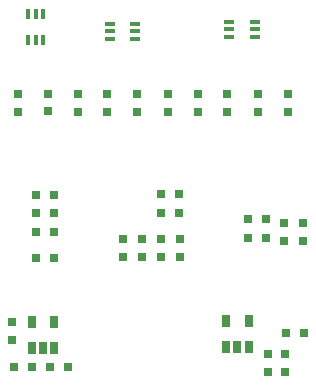
<source format=gbr>
G04 #@! TF.FileFunction,Paste,Bot*
%FSLAX46Y46*%
G04 Gerber Fmt 4.6, Leading zero omitted, Abs format (unit mm)*
G04 Created by KiCad (PCBNEW 4.0.4-stable) date Wednesday, May 10, 2017 'PMt' 03:49:53 PM*
%MOMM*%
%LPD*%
G01*
G04 APERTURE LIST*
%ADD10C,0.100000*%
%ADD11R,0.800000X0.750000*%
%ADD12R,0.750000X0.800000*%
%ADD13R,0.650000X1.060000*%
%ADD14R,0.850000X0.350000*%
%ADD15R,0.350000X0.850000*%
G04 APERTURE END LIST*
D10*
D11*
X57948260Y-63581280D03*
X56448260Y-63581280D03*
X57948260Y-65166240D03*
X56448260Y-65166240D03*
X47446500Y-51663600D03*
X48946500Y-51663600D03*
X47446500Y-50101500D03*
X48946500Y-50101500D03*
X36513200Y-64719200D03*
X35013200Y-64719200D03*
D12*
X34810700Y-60883100D03*
X34810700Y-62383100D03*
D11*
X38023100Y-64719200D03*
X39523100Y-64719200D03*
D12*
X49002125Y-55397462D03*
X49002125Y-53897462D03*
X47401925Y-55397462D03*
X47401925Y-53897462D03*
X45824923Y-55388801D03*
X45824923Y-53888801D03*
X44224724Y-55401501D03*
X44224724Y-53901501D03*
D11*
X58000200Y-61861700D03*
X59500200Y-61861700D03*
D12*
X37820600Y-41566400D03*
X37820600Y-43066400D03*
X42887900Y-41604500D03*
X42887900Y-43104500D03*
X35318700Y-41579100D03*
X35318700Y-43079100D03*
X40360600Y-41579100D03*
X40360600Y-43079100D03*
X45427900Y-41604500D03*
X45427900Y-43104500D03*
D11*
X56317580Y-53781960D03*
X54817580Y-53781960D03*
X56302340Y-52212240D03*
X54802340Y-52212240D03*
D12*
X57835800Y-52539200D03*
X57835800Y-54039200D03*
X59410600Y-52539200D03*
X59410600Y-54039200D03*
X58140600Y-43104500D03*
X58140600Y-41604500D03*
X53035200Y-43104500D03*
X53035200Y-41604500D03*
X47980600Y-43104500D03*
X47980600Y-41604500D03*
X55638700Y-43104500D03*
X55638700Y-41604500D03*
X50520600Y-43104500D03*
X50520600Y-41604500D03*
D11*
X36829300Y-51676300D03*
X38329300Y-51676300D03*
X38329300Y-55448200D03*
X36829300Y-55448200D03*
X38329300Y-53263800D03*
X36829300Y-53263800D03*
X36829300Y-50114200D03*
X38329300Y-50114200D03*
D13*
X38389600Y-63088700D03*
X37439600Y-63088700D03*
X36489600Y-63088700D03*
X36489600Y-60888700D03*
X38389600Y-60888700D03*
X54841180Y-62989640D03*
X53891180Y-62989640D03*
X52941180Y-62989640D03*
X52941180Y-60789640D03*
X54841180Y-60789640D03*
D14*
X45270600Y-36946600D03*
X45270600Y-36296600D03*
X45270600Y-35646600D03*
X43070600Y-36946600D03*
X43070600Y-36296600D03*
X43070600Y-35646600D03*
D15*
X36180000Y-37041000D03*
X36830000Y-37041000D03*
X37480000Y-37041000D03*
X36180000Y-34841000D03*
X36830000Y-34841000D03*
X37480000Y-34841000D03*
D14*
X55392500Y-36781500D03*
X55392500Y-36131500D03*
X55392500Y-35481500D03*
X53192500Y-36781500D03*
X53192500Y-36131500D03*
X53192500Y-35481500D03*
M02*

</source>
